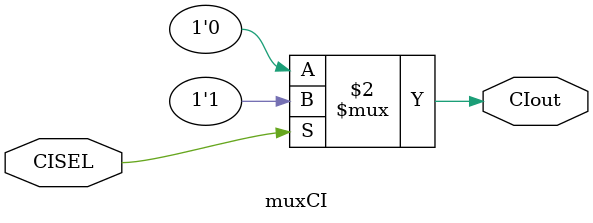
<source format=v>
module muxCI(CISEL, CIout);
  
  // inputs
  input  CISEL;
  
  // outputs
  output CIout;

  // MUX LOGIC:
  //   if   CISEL == 0 => CIout = 0
  //   else            => CIout = 1
  assign CIout = (CISEL == 1'b0) ? 1'b0 : 1'b1;

endmodule
</source>
